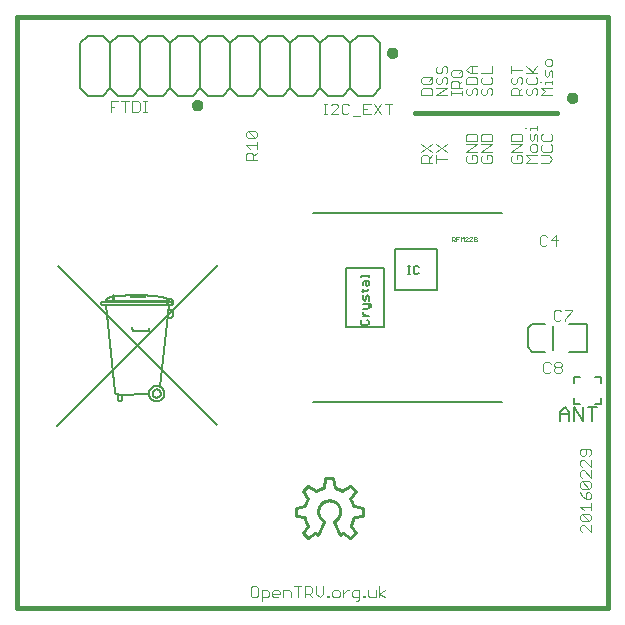
<source format=gto>
G75*
%MOIN*%
%OFA0B0*%
%FSLAX25Y25*%
%IPPOS*%
%LPD*%
%AMOC8*
5,1,8,0,0,1.08239X$1,22.5*
%
%ADD10C,0.00300*%
%ADD11C,0.01600*%
%ADD12C,0.00787*%
%ADD13C,0.01000*%
%ADD14C,0.00600*%
%ADD15C,0.00400*%
%ADD16C,0.00800*%
%ADD17C,0.00500*%
%ADD18C,0.00100*%
D10*
X0079590Y0005842D02*
X0080197Y0005236D01*
X0081410Y0005236D01*
X0082017Y0005842D01*
X0082017Y0008269D01*
X0081410Y0008876D01*
X0080197Y0008876D01*
X0079590Y0008269D01*
X0079590Y0005842D01*
X0083215Y0005236D02*
X0085035Y0005236D01*
X0085642Y0005842D01*
X0085642Y0007056D01*
X0085035Y0007662D01*
X0083215Y0007662D01*
X0083215Y0004022D01*
X0086840Y0005842D02*
X0086840Y0007056D01*
X0087447Y0007662D01*
X0088660Y0007662D01*
X0089267Y0007056D01*
X0089267Y0006449D01*
X0086840Y0006449D01*
X0086840Y0005842D02*
X0087447Y0005236D01*
X0088660Y0005236D01*
X0090465Y0005236D02*
X0090465Y0007662D01*
X0092286Y0007662D01*
X0092892Y0007056D01*
X0092892Y0005236D01*
X0095304Y0005236D02*
X0095304Y0008876D01*
X0094091Y0008876D02*
X0096517Y0008876D01*
X0097716Y0008876D02*
X0099536Y0008876D01*
X0100142Y0008269D01*
X0100142Y0007056D01*
X0099536Y0006449D01*
X0097716Y0006449D01*
X0098929Y0006449D02*
X0100142Y0005236D01*
X0101341Y0006449D02*
X0102554Y0005236D01*
X0103768Y0006449D01*
X0103768Y0008876D01*
X0101341Y0008876D02*
X0101341Y0006449D01*
X0104966Y0005842D02*
X0105573Y0005842D01*
X0105573Y0005236D01*
X0104966Y0005236D01*
X0104966Y0005842D01*
X0106779Y0005842D02*
X0106779Y0007056D01*
X0107385Y0007662D01*
X0108599Y0007662D01*
X0109205Y0007056D01*
X0109205Y0005842D01*
X0108599Y0005236D01*
X0107385Y0005236D01*
X0106779Y0005842D01*
X0110404Y0005236D02*
X0110404Y0007662D01*
X0111617Y0007662D02*
X0112224Y0007662D01*
X0111617Y0007662D02*
X0110404Y0006449D01*
X0113425Y0007056D02*
X0113425Y0005842D01*
X0114031Y0005236D01*
X0115851Y0005236D01*
X0115851Y0004629D02*
X0115851Y0007662D01*
X0114031Y0007662D01*
X0113425Y0007056D01*
X0114638Y0004022D02*
X0115245Y0004022D01*
X0115851Y0004629D01*
X0117050Y0005236D02*
X0117656Y0005236D01*
X0117656Y0005842D01*
X0117050Y0005842D01*
X0117050Y0005236D01*
X0118862Y0005842D02*
X0118862Y0007662D01*
X0118862Y0005842D02*
X0119469Y0005236D01*
X0121289Y0005236D01*
X0121289Y0007662D01*
X0122487Y0006449D02*
X0124308Y0007662D01*
X0122487Y0006449D02*
X0124308Y0005236D01*
X0122487Y0005236D02*
X0122487Y0008876D01*
X0097716Y0008876D02*
X0097716Y0005236D01*
X0177200Y0080683D02*
X0177806Y0080076D01*
X0179020Y0080076D01*
X0179626Y0080683D01*
X0180825Y0080683D02*
X0181432Y0080076D01*
X0182645Y0080076D01*
X0183252Y0080683D01*
X0183252Y0081289D01*
X0182645Y0081896D01*
X0181432Y0081896D01*
X0180825Y0082503D01*
X0180825Y0083109D01*
X0181432Y0083716D01*
X0182645Y0083716D01*
X0183252Y0083109D01*
X0183252Y0082503D01*
X0182645Y0081896D01*
X0181432Y0081896D02*
X0180825Y0081289D01*
X0180825Y0080683D01*
X0179626Y0083109D02*
X0179020Y0083716D01*
X0177806Y0083716D01*
X0177200Y0083109D01*
X0177200Y0080683D01*
X0181306Y0097513D02*
X0182520Y0097513D01*
X0183126Y0098120D01*
X0184325Y0098120D02*
X0184325Y0097513D01*
X0184325Y0098120D02*
X0186752Y0100546D01*
X0186752Y0101153D01*
X0184325Y0101153D01*
X0183126Y0100546D02*
X0182520Y0101153D01*
X0181306Y0101153D01*
X0180700Y0100546D01*
X0180700Y0098120D01*
X0181306Y0097513D01*
X0181395Y0122450D02*
X0181395Y0126090D01*
X0179575Y0124270D01*
X0182002Y0124270D01*
X0178377Y0123057D02*
X0177770Y0122450D01*
X0176557Y0122450D01*
X0175950Y0123057D01*
X0175950Y0125483D01*
X0176557Y0126090D01*
X0177770Y0126090D01*
X0178377Y0125483D01*
X0178941Y0150159D02*
X0176514Y0150159D01*
X0175154Y0150159D02*
X0171514Y0150159D01*
X0172727Y0151372D01*
X0171514Y0152585D01*
X0175154Y0152585D01*
X0174547Y0153784D02*
X0175154Y0154390D01*
X0175154Y0155604D01*
X0174547Y0156211D01*
X0173334Y0156211D01*
X0172727Y0155604D01*
X0172727Y0154390D01*
X0173334Y0153784D01*
X0174547Y0153784D01*
X0176514Y0154390D02*
X0177121Y0153784D01*
X0179547Y0153784D01*
X0180154Y0154390D01*
X0180154Y0155604D01*
X0179547Y0156211D01*
X0179547Y0157409D02*
X0177121Y0157409D01*
X0176514Y0158016D01*
X0176514Y0159229D01*
X0177121Y0159836D01*
X0175154Y0159229D02*
X0175154Y0157409D01*
X0173941Y0158016D02*
X0173941Y0159229D01*
X0174547Y0159836D01*
X0175154Y0159229D01*
X0173941Y0158016D02*
X0173334Y0157409D01*
X0172727Y0158016D01*
X0172727Y0159836D01*
X0172727Y0161034D02*
X0172727Y0161641D01*
X0175154Y0161641D01*
X0175154Y0162247D02*
X0175154Y0161034D01*
X0171514Y0161641D02*
X0170907Y0161641D01*
X0169547Y0159836D02*
X0167121Y0159836D01*
X0166514Y0159229D01*
X0166514Y0157409D01*
X0170154Y0157409D01*
X0170154Y0159229D01*
X0169547Y0159836D01*
X0170154Y0156211D02*
X0166514Y0156211D01*
X0166514Y0153784D02*
X0170154Y0156211D01*
X0170154Y0153784D02*
X0166514Y0153784D01*
X0167121Y0152585D02*
X0166514Y0151979D01*
X0166514Y0150765D01*
X0167121Y0150159D01*
X0169547Y0150159D01*
X0170154Y0150765D01*
X0170154Y0151979D01*
X0169547Y0152585D01*
X0168334Y0152585D01*
X0168334Y0151372D01*
X0160154Y0150765D02*
X0159547Y0150159D01*
X0157121Y0150159D01*
X0156514Y0150765D01*
X0156514Y0151979D01*
X0157121Y0152585D01*
X0158334Y0152585D02*
X0158334Y0151372D01*
X0158334Y0152585D02*
X0159547Y0152585D01*
X0160154Y0151979D01*
X0160154Y0150765D01*
X0160154Y0153784D02*
X0156514Y0153784D01*
X0160154Y0156211D01*
X0156514Y0156211D01*
X0156514Y0157409D02*
X0156514Y0159229D01*
X0157121Y0159836D01*
X0159547Y0159836D01*
X0160154Y0159229D01*
X0160154Y0157409D01*
X0156514Y0157409D01*
X0155154Y0157409D02*
X0155154Y0159229D01*
X0154547Y0159836D01*
X0152121Y0159836D01*
X0151514Y0159229D01*
X0151514Y0157409D01*
X0155154Y0157409D01*
X0155154Y0156211D02*
X0151514Y0156211D01*
X0151514Y0153784D02*
X0155154Y0156211D01*
X0155154Y0153784D02*
X0151514Y0153784D01*
X0152121Y0152585D02*
X0151514Y0151979D01*
X0151514Y0150765D01*
X0152121Y0150159D01*
X0154547Y0150159D01*
X0155154Y0150765D01*
X0155154Y0151979D01*
X0154547Y0152585D01*
X0153334Y0152585D01*
X0153334Y0151372D01*
X0145154Y0151372D02*
X0141514Y0151372D01*
X0141514Y0150159D02*
X0141514Y0152585D01*
X0141514Y0153784D02*
X0145154Y0156211D01*
X0145154Y0153784D02*
X0141514Y0156211D01*
X0140154Y0156211D02*
X0136514Y0153784D01*
X0137121Y0152585D02*
X0138334Y0152585D01*
X0138941Y0151979D01*
X0138941Y0150159D01*
X0140154Y0150159D02*
X0136514Y0150159D01*
X0136514Y0151979D01*
X0137121Y0152585D01*
X0138941Y0151372D02*
X0140154Y0152585D01*
X0140154Y0153784D02*
X0136514Y0156211D01*
X0136514Y0172659D02*
X0136514Y0174479D01*
X0137121Y0175085D01*
X0139547Y0175085D01*
X0140154Y0174479D01*
X0140154Y0172659D01*
X0136514Y0172659D01*
X0137121Y0176284D02*
X0136514Y0176890D01*
X0136514Y0178104D01*
X0137121Y0178711D01*
X0139547Y0178711D01*
X0140154Y0178104D01*
X0140154Y0176890D01*
X0139547Y0176284D01*
X0137121Y0176284D01*
X0138941Y0177497D02*
X0140154Y0178711D01*
X0141514Y0178104D02*
X0141514Y0176890D01*
X0142121Y0176284D01*
X0142727Y0176284D01*
X0143334Y0176890D01*
X0143334Y0178104D01*
X0143941Y0178711D01*
X0144547Y0178711D01*
X0145154Y0178104D01*
X0145154Y0176890D01*
X0144547Y0176284D01*
X0145154Y0175085D02*
X0141514Y0175085D01*
X0141514Y0172659D02*
X0145154Y0175085D01*
X0146514Y0175075D02*
X0146514Y0176895D01*
X0147121Y0177502D01*
X0148334Y0177502D01*
X0148941Y0176895D01*
X0148941Y0175075D01*
X0150154Y0175075D02*
X0146514Y0175075D01*
X0146514Y0173872D02*
X0146514Y0172659D01*
X0146514Y0173265D02*
X0150154Y0173265D01*
X0150154Y0172659D02*
X0150154Y0173872D01*
X0151514Y0174479D02*
X0151514Y0173265D01*
X0152121Y0172659D01*
X0152727Y0172659D01*
X0153334Y0173265D01*
X0153334Y0174479D01*
X0153941Y0175085D01*
X0154547Y0175085D01*
X0155154Y0174479D01*
X0155154Y0173265D01*
X0154547Y0172659D01*
X0156514Y0173265D02*
X0156514Y0174479D01*
X0157121Y0175085D01*
X0157121Y0176284D02*
X0159547Y0176284D01*
X0160154Y0176890D01*
X0160154Y0178104D01*
X0159547Y0178711D01*
X0160154Y0179909D02*
X0160154Y0182336D01*
X0160154Y0179909D02*
X0156514Y0179909D01*
X0157121Y0178711D02*
X0156514Y0178104D01*
X0156514Y0176890D01*
X0157121Y0176284D01*
X0155154Y0176284D02*
X0155154Y0178104D01*
X0154547Y0178711D01*
X0152121Y0178711D01*
X0151514Y0178104D01*
X0151514Y0176284D01*
X0155154Y0176284D01*
X0156514Y0173265D02*
X0157121Y0172659D01*
X0157727Y0172659D01*
X0158334Y0173265D01*
X0158334Y0174479D01*
X0158941Y0175085D01*
X0159547Y0175085D01*
X0160154Y0174479D01*
X0160154Y0173265D01*
X0159547Y0172659D01*
X0155154Y0179909D02*
X0152727Y0179909D01*
X0151514Y0181122D01*
X0152727Y0182336D01*
X0155154Y0182336D01*
X0153334Y0182336D02*
X0153334Y0179909D01*
X0150154Y0179307D02*
X0149547Y0178701D01*
X0147121Y0178701D01*
X0146514Y0179307D01*
X0146514Y0180521D01*
X0147121Y0181127D01*
X0149547Y0181127D01*
X0150154Y0180521D01*
X0150154Y0179307D01*
X0148941Y0179914D02*
X0150154Y0181127D01*
X0150154Y0177502D02*
X0148941Y0176289D01*
X0151514Y0174479D02*
X0152121Y0175085D01*
X0145154Y0172659D02*
X0141514Y0172659D01*
X0141514Y0178104D02*
X0142121Y0178711D01*
X0142121Y0179909D02*
X0142727Y0179909D01*
X0143334Y0180516D01*
X0143334Y0181729D01*
X0143941Y0182336D01*
X0144547Y0182336D01*
X0145154Y0181729D01*
X0145154Y0180516D01*
X0144547Y0179909D01*
X0142121Y0179909D02*
X0141514Y0180516D01*
X0141514Y0181729D01*
X0142121Y0182336D01*
X0166514Y0182336D02*
X0166514Y0179909D01*
X0166514Y0181122D02*
X0170154Y0181122D01*
X0171514Y0179909D02*
X0175154Y0179909D01*
X0173941Y0179909D02*
X0171514Y0182336D01*
X0173334Y0180516D02*
X0175154Y0182336D01*
X0177727Y0182932D02*
X0178334Y0182326D01*
X0179547Y0182326D01*
X0180154Y0182932D01*
X0180154Y0184146D01*
X0179547Y0184752D01*
X0178334Y0184752D01*
X0177727Y0184146D01*
X0177727Y0182932D01*
X0177727Y0181127D02*
X0177727Y0179307D01*
X0178334Y0178701D01*
X0178941Y0179307D01*
X0178941Y0180521D01*
X0179547Y0181127D01*
X0180154Y0180521D01*
X0180154Y0178701D01*
X0180154Y0177497D02*
X0180154Y0176284D01*
X0180154Y0176890D02*
X0177727Y0176890D01*
X0177727Y0176284D01*
X0176514Y0176890D02*
X0175907Y0176890D01*
X0175154Y0176890D02*
X0175154Y0178104D01*
X0174547Y0178711D01*
X0175154Y0176890D02*
X0174547Y0176284D01*
X0172121Y0176284D01*
X0171514Y0176890D01*
X0171514Y0178104D01*
X0172121Y0178711D01*
X0170154Y0178104D02*
X0170154Y0176890D01*
X0169547Y0176284D01*
X0170154Y0175085D02*
X0168941Y0173872D01*
X0168941Y0174479D02*
X0168941Y0172659D01*
X0170154Y0172659D02*
X0166514Y0172659D01*
X0166514Y0174479D01*
X0167121Y0175085D01*
X0168334Y0175085D01*
X0168941Y0174479D01*
X0167727Y0176284D02*
X0168334Y0176890D01*
X0168334Y0178104D01*
X0168941Y0178711D01*
X0169547Y0178711D01*
X0170154Y0178104D01*
X0167727Y0176284D02*
X0167121Y0176284D01*
X0166514Y0176890D01*
X0166514Y0178104D01*
X0167121Y0178711D01*
X0171514Y0174479D02*
X0171514Y0173265D01*
X0172121Y0172659D01*
X0172727Y0172659D01*
X0173334Y0173265D01*
X0173334Y0174479D01*
X0173941Y0175085D01*
X0174547Y0175085D01*
X0175154Y0174479D01*
X0175154Y0173265D01*
X0174547Y0172659D01*
X0176514Y0172659D02*
X0177727Y0173872D01*
X0176514Y0175085D01*
X0180154Y0175085D01*
X0180154Y0172659D02*
X0176514Y0172659D01*
X0172121Y0175085D02*
X0171514Y0174479D01*
X0179547Y0159836D02*
X0180154Y0159229D01*
X0180154Y0158016D01*
X0179547Y0157409D01*
X0177121Y0156211D02*
X0176514Y0155604D01*
X0176514Y0154390D01*
X0176514Y0152585D02*
X0178941Y0152585D01*
X0180154Y0151372D01*
X0178941Y0150159D01*
X0190039Y0054811D02*
X0189432Y0054204D01*
X0189432Y0052991D01*
X0190039Y0052384D01*
X0190645Y0052384D01*
X0191252Y0052991D01*
X0191252Y0054811D01*
X0192465Y0054811D02*
X0190039Y0054811D01*
X0192465Y0054811D02*
X0193072Y0054204D01*
X0193072Y0052991D01*
X0192465Y0052384D01*
X0193072Y0051186D02*
X0193072Y0048759D01*
X0190645Y0051186D01*
X0190039Y0051186D01*
X0189432Y0050579D01*
X0189432Y0049366D01*
X0190039Y0048759D01*
X0190039Y0047560D02*
X0189432Y0046954D01*
X0189432Y0045740D01*
X0190039Y0045134D01*
X0190039Y0043935D02*
X0192465Y0041509D01*
X0193072Y0042115D01*
X0193072Y0043329D01*
X0192465Y0043935D01*
X0190039Y0043935D01*
X0189432Y0043329D01*
X0189432Y0042115D01*
X0190039Y0041509D01*
X0192465Y0041509D01*
X0192465Y0040310D02*
X0191859Y0040310D01*
X0191252Y0039703D01*
X0191252Y0037883D01*
X0192465Y0037883D01*
X0193072Y0038490D01*
X0193072Y0039703D01*
X0192465Y0040310D01*
X0190039Y0039097D02*
X0191252Y0037883D01*
X0190039Y0039097D02*
X0189432Y0040310D01*
X0193072Y0036685D02*
X0193072Y0034258D01*
X0193072Y0035472D02*
X0189432Y0035472D01*
X0190645Y0034258D01*
X0190039Y0033060D02*
X0192465Y0030633D01*
X0193072Y0031240D01*
X0193072Y0032453D01*
X0192465Y0033060D01*
X0190039Y0033060D01*
X0189432Y0032453D01*
X0189432Y0031240D01*
X0190039Y0030633D01*
X0192465Y0030633D01*
X0193072Y0029435D02*
X0193072Y0027008D01*
X0190645Y0029435D01*
X0190039Y0029435D01*
X0189432Y0028828D01*
X0189432Y0027615D01*
X0190039Y0027008D01*
X0193072Y0045134D02*
X0190645Y0047560D01*
X0190039Y0047560D01*
X0193072Y0047560D02*
X0193072Y0045134D01*
X0081650Y0151075D02*
X0078010Y0151075D01*
X0078010Y0152895D01*
X0078617Y0153501D01*
X0079830Y0153501D01*
X0080437Y0152895D01*
X0080437Y0151075D01*
X0080437Y0152288D02*
X0081650Y0153501D01*
X0081650Y0154700D02*
X0081650Y0157126D01*
X0081650Y0155913D02*
X0078010Y0155913D01*
X0079223Y0154700D01*
X0078617Y0158325D02*
X0078010Y0158932D01*
X0078010Y0160145D01*
X0078617Y0160752D01*
X0081043Y0158325D01*
X0081650Y0158932D01*
X0081650Y0160145D01*
X0081043Y0160752D01*
X0078617Y0160752D01*
X0078617Y0158325D02*
X0081043Y0158325D01*
X0044980Y0166935D02*
X0043766Y0166935D01*
X0044373Y0166935D02*
X0044373Y0170575D01*
X0043766Y0170575D02*
X0044980Y0170575D01*
X0042568Y0169969D02*
X0041961Y0170575D01*
X0040141Y0170575D01*
X0040141Y0166935D01*
X0041961Y0166935D01*
X0042568Y0167542D01*
X0042568Y0169969D01*
X0038943Y0170575D02*
X0036516Y0170575D01*
X0035318Y0170575D02*
X0032891Y0170575D01*
X0032891Y0166935D01*
X0032891Y0168755D02*
X0034104Y0168755D01*
X0037729Y0166935D02*
X0037729Y0170575D01*
D11*
X0001800Y0001800D02*
X0198650Y0001800D01*
X0198650Y0198650D01*
X0001800Y0198650D01*
X0001800Y0001800D01*
X0134300Y0166800D02*
X0181800Y0166800D01*
X0185816Y0171800D02*
X0185818Y0171862D01*
X0185824Y0171925D01*
X0185834Y0171986D01*
X0185848Y0172047D01*
X0185865Y0172107D01*
X0185886Y0172166D01*
X0185912Y0172223D01*
X0185940Y0172278D01*
X0185972Y0172332D01*
X0186008Y0172383D01*
X0186046Y0172433D01*
X0186088Y0172479D01*
X0186132Y0172523D01*
X0186180Y0172564D01*
X0186229Y0172602D01*
X0186281Y0172636D01*
X0186335Y0172667D01*
X0186391Y0172695D01*
X0186449Y0172719D01*
X0186508Y0172740D01*
X0186568Y0172756D01*
X0186629Y0172769D01*
X0186691Y0172778D01*
X0186753Y0172783D01*
X0186816Y0172784D01*
X0186878Y0172781D01*
X0186940Y0172774D01*
X0187002Y0172763D01*
X0187062Y0172748D01*
X0187122Y0172730D01*
X0187180Y0172708D01*
X0187237Y0172682D01*
X0187292Y0172652D01*
X0187345Y0172619D01*
X0187396Y0172583D01*
X0187444Y0172544D01*
X0187490Y0172501D01*
X0187533Y0172456D01*
X0187573Y0172408D01*
X0187610Y0172358D01*
X0187644Y0172305D01*
X0187675Y0172251D01*
X0187701Y0172195D01*
X0187725Y0172137D01*
X0187744Y0172077D01*
X0187760Y0172017D01*
X0187772Y0171955D01*
X0187780Y0171894D01*
X0187784Y0171831D01*
X0187784Y0171769D01*
X0187780Y0171706D01*
X0187772Y0171645D01*
X0187760Y0171583D01*
X0187744Y0171523D01*
X0187725Y0171463D01*
X0187701Y0171405D01*
X0187675Y0171349D01*
X0187644Y0171295D01*
X0187610Y0171242D01*
X0187573Y0171192D01*
X0187533Y0171144D01*
X0187490Y0171099D01*
X0187444Y0171056D01*
X0187396Y0171017D01*
X0187345Y0170981D01*
X0187292Y0170948D01*
X0187237Y0170918D01*
X0187180Y0170892D01*
X0187122Y0170870D01*
X0187062Y0170852D01*
X0187002Y0170837D01*
X0186940Y0170826D01*
X0186878Y0170819D01*
X0186816Y0170816D01*
X0186753Y0170817D01*
X0186691Y0170822D01*
X0186629Y0170831D01*
X0186568Y0170844D01*
X0186508Y0170860D01*
X0186449Y0170881D01*
X0186391Y0170905D01*
X0186335Y0170933D01*
X0186281Y0170964D01*
X0186229Y0170998D01*
X0186180Y0171036D01*
X0186132Y0171077D01*
X0186088Y0171121D01*
X0186046Y0171167D01*
X0186008Y0171217D01*
X0185972Y0171268D01*
X0185940Y0171322D01*
X0185912Y0171377D01*
X0185886Y0171434D01*
X0185865Y0171493D01*
X0185848Y0171553D01*
X0185834Y0171614D01*
X0185824Y0171675D01*
X0185818Y0171738D01*
X0185816Y0171800D01*
X0125816Y0186800D02*
X0125818Y0186862D01*
X0125824Y0186925D01*
X0125834Y0186986D01*
X0125848Y0187047D01*
X0125865Y0187107D01*
X0125886Y0187166D01*
X0125912Y0187223D01*
X0125940Y0187278D01*
X0125972Y0187332D01*
X0126008Y0187383D01*
X0126046Y0187433D01*
X0126088Y0187479D01*
X0126132Y0187523D01*
X0126180Y0187564D01*
X0126229Y0187602D01*
X0126281Y0187636D01*
X0126335Y0187667D01*
X0126391Y0187695D01*
X0126449Y0187719D01*
X0126508Y0187740D01*
X0126568Y0187756D01*
X0126629Y0187769D01*
X0126691Y0187778D01*
X0126753Y0187783D01*
X0126816Y0187784D01*
X0126878Y0187781D01*
X0126940Y0187774D01*
X0127002Y0187763D01*
X0127062Y0187748D01*
X0127122Y0187730D01*
X0127180Y0187708D01*
X0127237Y0187682D01*
X0127292Y0187652D01*
X0127345Y0187619D01*
X0127396Y0187583D01*
X0127444Y0187544D01*
X0127490Y0187501D01*
X0127533Y0187456D01*
X0127573Y0187408D01*
X0127610Y0187358D01*
X0127644Y0187305D01*
X0127675Y0187251D01*
X0127701Y0187195D01*
X0127725Y0187137D01*
X0127744Y0187077D01*
X0127760Y0187017D01*
X0127772Y0186955D01*
X0127780Y0186894D01*
X0127784Y0186831D01*
X0127784Y0186769D01*
X0127780Y0186706D01*
X0127772Y0186645D01*
X0127760Y0186583D01*
X0127744Y0186523D01*
X0127725Y0186463D01*
X0127701Y0186405D01*
X0127675Y0186349D01*
X0127644Y0186295D01*
X0127610Y0186242D01*
X0127573Y0186192D01*
X0127533Y0186144D01*
X0127490Y0186099D01*
X0127444Y0186056D01*
X0127396Y0186017D01*
X0127345Y0185981D01*
X0127292Y0185948D01*
X0127237Y0185918D01*
X0127180Y0185892D01*
X0127122Y0185870D01*
X0127062Y0185852D01*
X0127002Y0185837D01*
X0126940Y0185826D01*
X0126878Y0185819D01*
X0126816Y0185816D01*
X0126753Y0185817D01*
X0126691Y0185822D01*
X0126629Y0185831D01*
X0126568Y0185844D01*
X0126508Y0185860D01*
X0126449Y0185881D01*
X0126391Y0185905D01*
X0126335Y0185933D01*
X0126281Y0185964D01*
X0126229Y0185998D01*
X0126180Y0186036D01*
X0126132Y0186077D01*
X0126088Y0186121D01*
X0126046Y0186167D01*
X0126008Y0186217D01*
X0125972Y0186268D01*
X0125940Y0186322D01*
X0125912Y0186377D01*
X0125886Y0186434D01*
X0125865Y0186493D01*
X0125848Y0186553D01*
X0125834Y0186614D01*
X0125824Y0186675D01*
X0125818Y0186738D01*
X0125816Y0186800D01*
X0060816Y0169300D02*
X0060818Y0169362D01*
X0060824Y0169425D01*
X0060834Y0169486D01*
X0060848Y0169547D01*
X0060865Y0169607D01*
X0060886Y0169666D01*
X0060912Y0169723D01*
X0060940Y0169778D01*
X0060972Y0169832D01*
X0061008Y0169883D01*
X0061046Y0169933D01*
X0061088Y0169979D01*
X0061132Y0170023D01*
X0061180Y0170064D01*
X0061229Y0170102D01*
X0061281Y0170136D01*
X0061335Y0170167D01*
X0061391Y0170195D01*
X0061449Y0170219D01*
X0061508Y0170240D01*
X0061568Y0170256D01*
X0061629Y0170269D01*
X0061691Y0170278D01*
X0061753Y0170283D01*
X0061816Y0170284D01*
X0061878Y0170281D01*
X0061940Y0170274D01*
X0062002Y0170263D01*
X0062062Y0170248D01*
X0062122Y0170230D01*
X0062180Y0170208D01*
X0062237Y0170182D01*
X0062292Y0170152D01*
X0062345Y0170119D01*
X0062396Y0170083D01*
X0062444Y0170044D01*
X0062490Y0170001D01*
X0062533Y0169956D01*
X0062573Y0169908D01*
X0062610Y0169858D01*
X0062644Y0169805D01*
X0062675Y0169751D01*
X0062701Y0169695D01*
X0062725Y0169637D01*
X0062744Y0169577D01*
X0062760Y0169517D01*
X0062772Y0169455D01*
X0062780Y0169394D01*
X0062784Y0169331D01*
X0062784Y0169269D01*
X0062780Y0169206D01*
X0062772Y0169145D01*
X0062760Y0169083D01*
X0062744Y0169023D01*
X0062725Y0168963D01*
X0062701Y0168905D01*
X0062675Y0168849D01*
X0062644Y0168795D01*
X0062610Y0168742D01*
X0062573Y0168692D01*
X0062533Y0168644D01*
X0062490Y0168599D01*
X0062444Y0168556D01*
X0062396Y0168517D01*
X0062345Y0168481D01*
X0062292Y0168448D01*
X0062237Y0168418D01*
X0062180Y0168392D01*
X0062122Y0168370D01*
X0062062Y0168352D01*
X0062002Y0168337D01*
X0061940Y0168326D01*
X0061878Y0168319D01*
X0061816Y0168316D01*
X0061753Y0168317D01*
X0061691Y0168322D01*
X0061629Y0168331D01*
X0061568Y0168344D01*
X0061508Y0168360D01*
X0061449Y0168381D01*
X0061391Y0168405D01*
X0061335Y0168433D01*
X0061281Y0168464D01*
X0061229Y0168498D01*
X0061180Y0168536D01*
X0061132Y0168577D01*
X0061088Y0168621D01*
X0061046Y0168667D01*
X0061008Y0168717D01*
X0060972Y0168768D01*
X0060940Y0168822D01*
X0060912Y0168877D01*
X0060886Y0168934D01*
X0060865Y0168993D01*
X0060848Y0169053D01*
X0060834Y0169114D01*
X0060824Y0169175D01*
X0060818Y0169238D01*
X0060816Y0169300D01*
D12*
X0068631Y0116041D02*
X0015087Y0062497D01*
X0035067Y0072930D02*
X0035187Y0072917D01*
X0035305Y0072900D01*
X0035423Y0072881D01*
X0035541Y0072858D01*
X0035658Y0072832D01*
X0045599Y0072930D01*
X0046879Y0073226D02*
X0046881Y0073300D01*
X0046887Y0073374D01*
X0046897Y0073447D01*
X0046911Y0073520D01*
X0046928Y0073592D01*
X0046950Y0073662D01*
X0046975Y0073732D01*
X0047004Y0073800D01*
X0047037Y0073866D01*
X0047073Y0073931D01*
X0047113Y0073993D01*
X0047155Y0074054D01*
X0047201Y0074112D01*
X0047250Y0074167D01*
X0047302Y0074220D01*
X0047357Y0074270D01*
X0047414Y0074316D01*
X0047474Y0074360D01*
X0047536Y0074400D01*
X0047600Y0074437D01*
X0047666Y0074471D01*
X0047734Y0074501D01*
X0047803Y0074527D01*
X0047874Y0074550D01*
X0047945Y0074568D01*
X0048018Y0074583D01*
X0048091Y0074594D01*
X0048165Y0074601D01*
X0048239Y0074604D01*
X0048312Y0074603D01*
X0048386Y0074598D01*
X0048460Y0074589D01*
X0048533Y0074576D01*
X0048605Y0074559D01*
X0048676Y0074539D01*
X0048746Y0074514D01*
X0048814Y0074486D01*
X0048881Y0074455D01*
X0048946Y0074419D01*
X0049009Y0074381D01*
X0049070Y0074339D01*
X0049129Y0074293D01*
X0049185Y0074245D01*
X0049238Y0074194D01*
X0049288Y0074140D01*
X0049336Y0074083D01*
X0049380Y0074024D01*
X0049422Y0073962D01*
X0049460Y0073899D01*
X0049494Y0073833D01*
X0049525Y0073766D01*
X0049552Y0073697D01*
X0049575Y0073627D01*
X0049595Y0073556D01*
X0049611Y0073483D01*
X0049623Y0073410D01*
X0049631Y0073337D01*
X0049635Y0073263D01*
X0049635Y0073189D01*
X0049631Y0073115D01*
X0049623Y0073042D01*
X0049611Y0072969D01*
X0049595Y0072896D01*
X0049575Y0072825D01*
X0049552Y0072755D01*
X0049525Y0072686D01*
X0049494Y0072619D01*
X0049460Y0072553D01*
X0049422Y0072490D01*
X0049380Y0072428D01*
X0049336Y0072369D01*
X0049288Y0072312D01*
X0049238Y0072258D01*
X0049185Y0072207D01*
X0049129Y0072159D01*
X0049070Y0072113D01*
X0049009Y0072071D01*
X0048946Y0072033D01*
X0048881Y0071997D01*
X0048814Y0071966D01*
X0048746Y0071938D01*
X0048676Y0071913D01*
X0048605Y0071893D01*
X0048533Y0071876D01*
X0048460Y0071863D01*
X0048386Y0071854D01*
X0048312Y0071849D01*
X0048239Y0071848D01*
X0048165Y0071851D01*
X0048091Y0071858D01*
X0048018Y0071869D01*
X0047945Y0071884D01*
X0047874Y0071902D01*
X0047803Y0071925D01*
X0047734Y0071951D01*
X0047666Y0071981D01*
X0047600Y0072015D01*
X0047536Y0072052D01*
X0047474Y0072092D01*
X0047414Y0072136D01*
X0047357Y0072182D01*
X0047302Y0072232D01*
X0047250Y0072285D01*
X0047201Y0072340D01*
X0047155Y0072398D01*
X0047113Y0072459D01*
X0047073Y0072521D01*
X0047037Y0072586D01*
X0047004Y0072652D01*
X0046975Y0072720D01*
X0046950Y0072790D01*
X0046928Y0072860D01*
X0046911Y0072932D01*
X0046897Y0073005D01*
X0046887Y0073078D01*
X0046881Y0073152D01*
X0046879Y0073226D01*
X0045698Y0073226D02*
X0045700Y0073327D01*
X0045706Y0073428D01*
X0045716Y0073529D01*
X0045730Y0073629D01*
X0045748Y0073728D01*
X0045770Y0073827D01*
X0045795Y0073925D01*
X0045825Y0074022D01*
X0045858Y0074117D01*
X0045895Y0074211D01*
X0045936Y0074304D01*
X0045980Y0074395D01*
X0046028Y0074484D01*
X0046080Y0074571D01*
X0046135Y0074656D01*
X0046193Y0074738D01*
X0046254Y0074819D01*
X0046319Y0074897D01*
X0046386Y0074972D01*
X0046456Y0075044D01*
X0046530Y0075114D01*
X0046606Y0075181D01*
X0046684Y0075245D01*
X0046765Y0075305D01*
X0046848Y0075362D01*
X0046934Y0075416D01*
X0047022Y0075467D01*
X0047111Y0075514D01*
X0047202Y0075558D01*
X0047295Y0075597D01*
X0047390Y0075634D01*
X0047485Y0075666D01*
X0047582Y0075695D01*
X0047681Y0075719D01*
X0047779Y0075740D01*
X0047879Y0075757D01*
X0047979Y0075770D01*
X0048080Y0075779D01*
X0048181Y0075784D01*
X0048282Y0075785D01*
X0048383Y0075782D01*
X0048484Y0075775D01*
X0048585Y0075764D01*
X0048685Y0075749D01*
X0048784Y0075730D01*
X0048883Y0075707D01*
X0048980Y0075681D01*
X0049077Y0075650D01*
X0049172Y0075616D01*
X0049265Y0075578D01*
X0049358Y0075536D01*
X0049448Y0075491D01*
X0049537Y0075442D01*
X0049623Y0075390D01*
X0049707Y0075334D01*
X0049790Y0075275D01*
X0049869Y0075213D01*
X0049947Y0075148D01*
X0050021Y0075080D01*
X0050093Y0075008D01*
X0050162Y0074935D01*
X0050228Y0074858D01*
X0050291Y0074779D01*
X0050351Y0074697D01*
X0050407Y0074613D01*
X0050460Y0074527D01*
X0050510Y0074439D01*
X0050556Y0074349D01*
X0050599Y0074258D01*
X0050638Y0074164D01*
X0050673Y0074069D01*
X0050704Y0073973D01*
X0050732Y0073876D01*
X0050756Y0073778D01*
X0050776Y0073679D01*
X0050792Y0073579D01*
X0050804Y0073478D01*
X0050812Y0073378D01*
X0050816Y0073277D01*
X0050816Y0073175D01*
X0050812Y0073074D01*
X0050804Y0072974D01*
X0050792Y0072873D01*
X0050776Y0072773D01*
X0050756Y0072674D01*
X0050732Y0072576D01*
X0050704Y0072479D01*
X0050673Y0072383D01*
X0050638Y0072288D01*
X0050599Y0072194D01*
X0050556Y0072103D01*
X0050510Y0072013D01*
X0050460Y0071925D01*
X0050407Y0071839D01*
X0050351Y0071755D01*
X0050291Y0071673D01*
X0050228Y0071594D01*
X0050162Y0071517D01*
X0050093Y0071444D01*
X0050021Y0071372D01*
X0049947Y0071304D01*
X0049869Y0071239D01*
X0049790Y0071177D01*
X0049707Y0071118D01*
X0049623Y0071062D01*
X0049536Y0071010D01*
X0049448Y0070961D01*
X0049358Y0070916D01*
X0049265Y0070874D01*
X0049172Y0070836D01*
X0049077Y0070802D01*
X0048980Y0070771D01*
X0048883Y0070745D01*
X0048784Y0070722D01*
X0048685Y0070703D01*
X0048585Y0070688D01*
X0048484Y0070677D01*
X0048383Y0070670D01*
X0048282Y0070667D01*
X0048181Y0070668D01*
X0048080Y0070673D01*
X0047979Y0070682D01*
X0047879Y0070695D01*
X0047779Y0070712D01*
X0047681Y0070733D01*
X0047582Y0070757D01*
X0047485Y0070786D01*
X0047390Y0070818D01*
X0047295Y0070855D01*
X0047202Y0070894D01*
X0047111Y0070938D01*
X0047022Y0070985D01*
X0046934Y0071036D01*
X0046848Y0071090D01*
X0046765Y0071147D01*
X0046684Y0071207D01*
X0046606Y0071271D01*
X0046530Y0071338D01*
X0046456Y0071408D01*
X0046386Y0071480D01*
X0046319Y0071555D01*
X0046254Y0071633D01*
X0046193Y0071714D01*
X0046135Y0071796D01*
X0046080Y0071881D01*
X0046028Y0071968D01*
X0045980Y0072057D01*
X0045936Y0072148D01*
X0045895Y0072241D01*
X0045858Y0072335D01*
X0045825Y0072430D01*
X0045795Y0072527D01*
X0045770Y0072625D01*
X0045748Y0072724D01*
X0045730Y0072823D01*
X0045716Y0072923D01*
X0045706Y0073024D01*
X0045700Y0073125D01*
X0045698Y0073226D01*
X0049536Y0075489D02*
X0052292Y0102655D01*
X0052883Y0102753D02*
X0048158Y0102753D01*
X0040087Y0102753D01*
X0031623Y0102753D01*
X0030048Y0102753D01*
X0030022Y0102755D01*
X0029997Y0102760D01*
X0029973Y0102768D01*
X0029950Y0102779D01*
X0029928Y0102794D01*
X0029909Y0102811D01*
X0029892Y0102830D01*
X0029877Y0102852D01*
X0029866Y0102875D01*
X0029858Y0102899D01*
X0029853Y0102924D01*
X0029851Y0102950D01*
X0029851Y0103245D01*
X0029851Y0103442D01*
X0029853Y0103475D01*
X0029858Y0103508D01*
X0029868Y0103539D01*
X0029880Y0103570D01*
X0029896Y0103599D01*
X0029915Y0103626D01*
X0029937Y0103651D01*
X0029962Y0103673D01*
X0029989Y0103692D01*
X0030018Y0103708D01*
X0030049Y0103720D01*
X0030080Y0103730D01*
X0030113Y0103735D01*
X0030146Y0103737D01*
X0030245Y0103737D01*
X0030343Y0103737D01*
X0053769Y0103737D01*
X0053769Y0103639D01*
X0053767Y0103581D01*
X0053761Y0103523D01*
X0053752Y0103466D01*
X0053739Y0103410D01*
X0053722Y0103354D01*
X0053702Y0103300D01*
X0053678Y0103247D01*
X0053650Y0103196D01*
X0053620Y0103147D01*
X0053586Y0103100D01*
X0053549Y0103055D01*
X0053509Y0103013D01*
X0053467Y0102973D01*
X0053422Y0102936D01*
X0053375Y0102902D01*
X0053326Y0102872D01*
X0053275Y0102844D01*
X0053222Y0102820D01*
X0053168Y0102800D01*
X0053112Y0102783D01*
X0053056Y0102770D01*
X0052999Y0102761D01*
X0052941Y0102755D01*
X0052883Y0102753D01*
X0052686Y0100982D02*
X0052630Y0100972D01*
X0052574Y0100966D01*
X0052517Y0100962D01*
X0052461Y0100962D01*
X0052404Y0100966D01*
X0052348Y0100972D01*
X0052292Y0100982D01*
X0052686Y0100982D02*
X0052744Y0100992D01*
X0052803Y0100998D01*
X0052863Y0101000D01*
X0052922Y0100998D01*
X0052981Y0100993D01*
X0053039Y0100983D01*
X0053097Y0100970D01*
X0053154Y0100953D01*
X0053209Y0100932D01*
X0053263Y0100908D01*
X0053316Y0100880D01*
X0053366Y0100848D01*
X0053414Y0100814D01*
X0053460Y0100777D01*
X0053503Y0100736D01*
X0053544Y0100693D01*
X0053582Y0100647D01*
X0053616Y0100599D01*
X0053647Y0100549D01*
X0053675Y0100496D01*
X0053700Y0100443D01*
X0053721Y0100387D01*
X0053738Y0100330D01*
X0053752Y0100273D01*
X0053761Y0100214D01*
X0053767Y0100155D01*
X0053769Y0100096D01*
X0053769Y0099505D01*
X0053768Y0099505D02*
X0053766Y0099443D01*
X0053760Y0099382D01*
X0053751Y0099321D01*
X0053737Y0099260D01*
X0053720Y0099201D01*
X0053699Y0099143D01*
X0053674Y0099086D01*
X0053646Y0099031D01*
X0053615Y0098978D01*
X0053580Y0098927D01*
X0053542Y0098878D01*
X0053501Y0098831D01*
X0053458Y0098788D01*
X0053411Y0098747D01*
X0053362Y0098709D01*
X0053311Y0098674D01*
X0053258Y0098643D01*
X0053203Y0098615D01*
X0053146Y0098590D01*
X0053088Y0098569D01*
X0053029Y0098552D01*
X0052968Y0098538D01*
X0052907Y0098529D01*
X0052846Y0098523D01*
X0052784Y0098521D01*
X0052095Y0098521D01*
X0051998Y0104624D02*
X0051929Y0104671D01*
X0051859Y0104715D01*
X0051788Y0104757D01*
X0051714Y0104795D01*
X0051639Y0104831D01*
X0051563Y0104863D01*
X0051486Y0104893D01*
X0051407Y0104919D01*
X0051996Y0104623D02*
X0052031Y0104596D01*
X0052063Y0104565D01*
X0052093Y0104533D01*
X0052120Y0104497D01*
X0052144Y0104460D01*
X0052165Y0104421D01*
X0052182Y0104380D01*
X0052196Y0104338D01*
X0052207Y0104295D01*
X0052214Y0104252D01*
X0052217Y0104208D01*
X0052216Y0104163D01*
X0052212Y0104119D01*
X0052204Y0104076D01*
X0052193Y0104033D01*
X0051898Y0104033D02*
X0031524Y0104033D01*
X0031425Y0104033D02*
X0031415Y0104089D01*
X0031409Y0104145D01*
X0031406Y0104201D01*
X0031407Y0104258D01*
X0031411Y0104314D01*
X0031419Y0104370D01*
X0031431Y0104426D01*
X0031446Y0104480D01*
X0031465Y0104534D01*
X0031487Y0104586D01*
X0031512Y0104637D01*
X0031541Y0104685D01*
X0031572Y0104732D01*
X0031607Y0104777D01*
X0031644Y0104820D01*
X0031684Y0104860D01*
X0031727Y0104897D01*
X0031771Y0104932D01*
X0031818Y0104964D01*
X0031867Y0104992D01*
X0031918Y0105018D01*
X0033591Y0105214D02*
X0033690Y0104230D01*
X0033591Y0105805D02*
X0033596Y0105835D01*
X0033605Y0105864D01*
X0033617Y0105891D01*
X0033632Y0105918D01*
X0033650Y0105942D01*
X0033671Y0105963D01*
X0033695Y0105982D01*
X0033721Y0105998D01*
X0033748Y0106010D01*
X0033777Y0106020D01*
X0033807Y0106025D01*
X0033837Y0106027D01*
X0033867Y0106025D01*
X0033897Y0106020D01*
X0033926Y0106010D01*
X0033953Y0105998D01*
X0033979Y0105982D01*
X0034003Y0105963D01*
X0034024Y0105942D01*
X0034042Y0105918D01*
X0034057Y0105891D01*
X0034069Y0105864D01*
X0034078Y0105835D01*
X0034083Y0105805D01*
X0033592Y0105804D02*
X0033584Y0105706D01*
X0033579Y0105608D01*
X0033577Y0105509D01*
X0033579Y0105410D01*
X0033584Y0105312D01*
X0033592Y0105214D01*
X0031426Y0102655D02*
X0034280Y0073718D01*
X0034288Y0073661D01*
X0034299Y0073604D01*
X0034314Y0073549D01*
X0034332Y0073495D01*
X0034354Y0073442D01*
X0034380Y0073390D01*
X0034408Y0073340D01*
X0034440Y0073293D01*
X0034475Y0073247D01*
X0034513Y0073204D01*
X0034554Y0073163D01*
X0034597Y0073125D01*
X0034643Y0073090D01*
X0034690Y0073058D01*
X0034740Y0073030D01*
X0034792Y0073004D01*
X0034845Y0072982D01*
X0034899Y0072964D01*
X0034954Y0072949D01*
X0035011Y0072938D01*
X0035068Y0072930D01*
X0035363Y0072635D02*
X0035363Y0071356D01*
X0035365Y0071310D01*
X0035370Y0071264D01*
X0035379Y0071218D01*
X0035392Y0071173D01*
X0035408Y0071130D01*
X0035427Y0071088D01*
X0035450Y0071047D01*
X0035476Y0071009D01*
X0035505Y0070972D01*
X0035536Y0070938D01*
X0035570Y0070907D01*
X0035607Y0070878D01*
X0035645Y0070852D01*
X0035686Y0070829D01*
X0035728Y0070810D01*
X0035771Y0070794D01*
X0035816Y0070781D01*
X0035862Y0070772D01*
X0035908Y0070767D01*
X0035954Y0070765D01*
X0036150Y0070765D01*
X0036193Y0070767D01*
X0036235Y0070772D01*
X0036277Y0070782D01*
X0036318Y0070795D01*
X0036358Y0070811D01*
X0036396Y0070831D01*
X0036432Y0070854D01*
X0036466Y0070880D01*
X0036498Y0070909D01*
X0036527Y0070941D01*
X0036553Y0070975D01*
X0036576Y0071011D01*
X0036596Y0071049D01*
X0036612Y0071089D01*
X0036625Y0071130D01*
X0036635Y0071172D01*
X0036640Y0071214D01*
X0036642Y0071257D01*
X0036643Y0071257D02*
X0036643Y0072635D01*
X0034281Y0105608D02*
X0035262Y0105714D01*
X0036245Y0105797D01*
X0037230Y0105856D01*
X0038215Y0105891D01*
X0039202Y0105903D01*
X0039694Y0105903D01*
X0039694Y0106198D02*
X0039694Y0105411D01*
X0044221Y0105411D01*
X0044221Y0106198D01*
X0039694Y0106198D01*
X0044320Y0105903D02*
X0046190Y0105804D01*
X0051702Y0103737D02*
X0051704Y0103799D01*
X0051710Y0103862D01*
X0051720Y0103923D01*
X0051734Y0103984D01*
X0051751Y0104044D01*
X0051772Y0104103D01*
X0051798Y0104160D01*
X0051826Y0104215D01*
X0051858Y0104269D01*
X0051894Y0104320D01*
X0051932Y0104370D01*
X0051974Y0104416D01*
X0052018Y0104460D01*
X0052066Y0104501D01*
X0052115Y0104539D01*
X0052167Y0104573D01*
X0052221Y0104604D01*
X0052277Y0104632D01*
X0052335Y0104656D01*
X0052394Y0104677D01*
X0052454Y0104693D01*
X0052515Y0104706D01*
X0052577Y0104715D01*
X0052639Y0104720D01*
X0052702Y0104721D01*
X0052764Y0104718D01*
X0052826Y0104711D01*
X0052888Y0104700D01*
X0052948Y0104685D01*
X0053008Y0104667D01*
X0053066Y0104645D01*
X0053123Y0104619D01*
X0053178Y0104589D01*
X0053231Y0104556D01*
X0053282Y0104520D01*
X0053330Y0104481D01*
X0053376Y0104438D01*
X0053419Y0104393D01*
X0053459Y0104345D01*
X0053496Y0104295D01*
X0053530Y0104242D01*
X0053561Y0104188D01*
X0053587Y0104132D01*
X0053611Y0104074D01*
X0053630Y0104014D01*
X0053646Y0103954D01*
X0053658Y0103892D01*
X0053666Y0103831D01*
X0053670Y0103768D01*
X0053670Y0103706D01*
X0053666Y0103643D01*
X0053658Y0103582D01*
X0053646Y0103520D01*
X0053630Y0103460D01*
X0053611Y0103400D01*
X0053587Y0103342D01*
X0053561Y0103286D01*
X0053530Y0103232D01*
X0053496Y0103179D01*
X0053459Y0103129D01*
X0053419Y0103081D01*
X0053376Y0103036D01*
X0053330Y0102993D01*
X0053282Y0102954D01*
X0053231Y0102918D01*
X0053178Y0102885D01*
X0053123Y0102855D01*
X0053066Y0102829D01*
X0053008Y0102807D01*
X0052948Y0102789D01*
X0052888Y0102774D01*
X0052826Y0102763D01*
X0052764Y0102756D01*
X0052702Y0102753D01*
X0052639Y0102754D01*
X0052577Y0102759D01*
X0052515Y0102768D01*
X0052454Y0102781D01*
X0052394Y0102797D01*
X0052335Y0102818D01*
X0052277Y0102842D01*
X0052221Y0102870D01*
X0052167Y0102901D01*
X0052115Y0102935D01*
X0052066Y0102973D01*
X0052018Y0103014D01*
X0051974Y0103058D01*
X0051932Y0103104D01*
X0051894Y0103154D01*
X0051858Y0103205D01*
X0051826Y0103259D01*
X0051798Y0103314D01*
X0051772Y0103371D01*
X0051751Y0103430D01*
X0051734Y0103490D01*
X0051720Y0103551D01*
X0051710Y0103612D01*
X0051704Y0103675D01*
X0051702Y0103737D01*
X0045796Y0095174D02*
X0045796Y0094486D01*
X0045794Y0094447D01*
X0045788Y0094409D01*
X0045779Y0094372D01*
X0045766Y0094335D01*
X0045749Y0094300D01*
X0045730Y0094267D01*
X0045707Y0094236D01*
X0045681Y0094207D01*
X0045652Y0094181D01*
X0045621Y0094158D01*
X0045588Y0094139D01*
X0045553Y0094122D01*
X0045516Y0094109D01*
X0045479Y0094100D01*
X0045441Y0094094D01*
X0045402Y0094092D01*
X0040776Y0094092D01*
X0040776Y0094091D02*
X0040730Y0094093D01*
X0040684Y0094098D01*
X0040638Y0094107D01*
X0040593Y0094120D01*
X0040550Y0094136D01*
X0040508Y0094155D01*
X0040467Y0094178D01*
X0040429Y0094204D01*
X0040392Y0094233D01*
X0040358Y0094264D01*
X0040327Y0094298D01*
X0040298Y0094335D01*
X0040272Y0094373D01*
X0040249Y0094414D01*
X0040230Y0094456D01*
X0040214Y0094499D01*
X0040201Y0094544D01*
X0040192Y0094590D01*
X0040187Y0094636D01*
X0040185Y0094682D01*
X0040186Y0094682D02*
X0040186Y0094978D01*
X0040186Y0095273D01*
X0034280Y0105607D02*
X0033983Y0105568D01*
X0033687Y0105522D01*
X0033392Y0105470D01*
X0033099Y0105410D01*
X0030343Y0103737D02*
X0030245Y0103737D01*
X0034083Y0104328D02*
X0034098Y0104491D01*
X0034109Y0104655D01*
X0034116Y0104820D01*
X0034120Y0104984D01*
X0034120Y0105148D01*
X0034116Y0105312D01*
X0034109Y0105477D01*
X0034098Y0105641D01*
X0034083Y0105804D01*
X0033100Y0105410D02*
X0032964Y0105380D01*
X0032830Y0105346D01*
X0032697Y0105309D01*
X0032564Y0105268D01*
X0032433Y0105224D01*
X0032302Y0105177D01*
X0032173Y0105127D01*
X0032045Y0105073D01*
X0031919Y0105017D01*
X0015284Y0115844D02*
X0068434Y0062694D01*
X0049437Y0105411D02*
X0048900Y0105507D01*
X0048361Y0105591D01*
X0047820Y0105663D01*
X0047278Y0105723D01*
X0046734Y0105770D01*
X0046189Y0105805D01*
X0049438Y0105411D02*
X0049836Y0105330D01*
X0050232Y0105241D01*
X0050626Y0105142D01*
X0051017Y0105035D01*
X0051407Y0104919D01*
D13*
X0104372Y0044895D02*
X0107072Y0044895D01*
X0107572Y0041695D01*
X0110072Y0040695D02*
X0112672Y0042495D01*
X0114572Y0040695D01*
X0112772Y0038095D01*
X0113872Y0035595D02*
X0116872Y0034995D01*
X0116872Y0032395D01*
X0113872Y0031895D01*
X0112872Y0029195D02*
X0114572Y0026795D01*
X0112672Y0024895D01*
X0110272Y0026595D01*
X0109272Y0025995D01*
X0107372Y0030495D01*
X0112873Y0029190D02*
X0112969Y0029356D01*
X0113062Y0029523D01*
X0113150Y0029693D01*
X0113234Y0029865D01*
X0113314Y0030038D01*
X0113390Y0030214D01*
X0113462Y0030391D01*
X0113529Y0030570D01*
X0113593Y0030751D01*
X0113652Y0030933D01*
X0113706Y0031116D01*
X0113757Y0031301D01*
X0113803Y0031486D01*
X0113844Y0031673D01*
X0113881Y0031861D01*
X0113862Y0035595D02*
X0113812Y0035783D01*
X0113757Y0035970D01*
X0113698Y0036156D01*
X0113634Y0036340D01*
X0113566Y0036523D01*
X0113493Y0036704D01*
X0113416Y0036883D01*
X0113335Y0037060D01*
X0113249Y0037236D01*
X0113160Y0037409D01*
X0113066Y0037580D01*
X0112968Y0037748D01*
X0112866Y0037915D01*
X0112761Y0038078D01*
X0107372Y0030595D02*
X0107479Y0030650D01*
X0107585Y0030707D01*
X0107688Y0030769D01*
X0107790Y0030833D01*
X0107889Y0030901D01*
X0107986Y0030972D01*
X0108081Y0031046D01*
X0108173Y0031123D01*
X0108263Y0031204D01*
X0108350Y0031287D01*
X0108434Y0031373D01*
X0108515Y0031461D01*
X0108593Y0031553D01*
X0108669Y0031647D01*
X0108741Y0031743D01*
X0108810Y0031841D01*
X0108876Y0031942D01*
X0108938Y0032045D01*
X0108997Y0032150D01*
X0109053Y0032256D01*
X0109105Y0032365D01*
X0109153Y0032475D01*
X0109198Y0032587D01*
X0109239Y0032700D01*
X0109276Y0032814D01*
X0109310Y0032930D01*
X0109339Y0033046D01*
X0109365Y0033164D01*
X0109387Y0033282D01*
X0109406Y0033401D01*
X0109420Y0033520D01*
X0109430Y0033640D01*
X0109437Y0033760D01*
X0109439Y0033881D01*
X0109437Y0034001D01*
X0109432Y0034121D01*
X0109423Y0034241D01*
X0109409Y0034361D01*
X0109392Y0034480D01*
X0109371Y0034598D01*
X0109346Y0034716D01*
X0109317Y0034833D01*
X0109284Y0034948D01*
X0109248Y0035063D01*
X0109208Y0035176D01*
X0109164Y0035288D01*
X0109116Y0035399D01*
X0109065Y0035508D01*
X0109011Y0035615D01*
X0108952Y0035720D01*
X0108891Y0035824D01*
X0108826Y0035925D01*
X0108758Y0036024D01*
X0108686Y0036121D01*
X0108612Y0036215D01*
X0108534Y0036307D01*
X0108454Y0036396D01*
X0108370Y0036483D01*
X0108284Y0036567D01*
X0108195Y0036648D01*
X0108103Y0036726D01*
X0108009Y0036801D01*
X0107913Y0036872D01*
X0107814Y0036941D01*
X0107713Y0037006D01*
X0107610Y0037068D01*
X0107505Y0037127D01*
X0107398Y0037182D01*
X0107289Y0037234D01*
X0107179Y0037281D01*
X0107067Y0037326D01*
X0106954Y0037366D01*
X0106839Y0037403D01*
X0106723Y0037436D01*
X0106607Y0037466D01*
X0106489Y0037491D01*
X0106371Y0037513D01*
X0106252Y0037530D01*
X0106132Y0037544D01*
X0106012Y0037554D01*
X0105892Y0037560D01*
X0105772Y0037562D01*
X0105652Y0037560D01*
X0105532Y0037554D01*
X0105412Y0037544D01*
X0105292Y0037530D01*
X0105173Y0037513D01*
X0105055Y0037491D01*
X0104937Y0037466D01*
X0104821Y0037436D01*
X0104705Y0037403D01*
X0104590Y0037366D01*
X0104477Y0037326D01*
X0104365Y0037281D01*
X0104255Y0037234D01*
X0104146Y0037182D01*
X0104039Y0037127D01*
X0103934Y0037068D01*
X0103831Y0037006D01*
X0103730Y0036941D01*
X0103631Y0036872D01*
X0103535Y0036801D01*
X0103441Y0036726D01*
X0103349Y0036648D01*
X0103260Y0036567D01*
X0103174Y0036483D01*
X0103090Y0036396D01*
X0103010Y0036307D01*
X0102932Y0036215D01*
X0102858Y0036121D01*
X0102786Y0036024D01*
X0102718Y0035925D01*
X0102653Y0035824D01*
X0102592Y0035720D01*
X0102533Y0035615D01*
X0102479Y0035508D01*
X0102428Y0035399D01*
X0102380Y0035288D01*
X0102336Y0035176D01*
X0102296Y0035063D01*
X0102260Y0034948D01*
X0102227Y0034833D01*
X0102198Y0034716D01*
X0102173Y0034598D01*
X0102152Y0034480D01*
X0102135Y0034361D01*
X0102121Y0034241D01*
X0102112Y0034121D01*
X0102107Y0034001D01*
X0102105Y0033881D01*
X0102107Y0033760D01*
X0102114Y0033640D01*
X0102124Y0033520D01*
X0102138Y0033401D01*
X0102157Y0033282D01*
X0102179Y0033164D01*
X0102205Y0033046D01*
X0102234Y0032930D01*
X0102268Y0032814D01*
X0102305Y0032700D01*
X0102346Y0032587D01*
X0102391Y0032475D01*
X0102439Y0032365D01*
X0102491Y0032256D01*
X0102547Y0032150D01*
X0102606Y0032045D01*
X0102668Y0031942D01*
X0102734Y0031841D01*
X0102803Y0031743D01*
X0102875Y0031647D01*
X0102951Y0031553D01*
X0103029Y0031461D01*
X0103110Y0031373D01*
X0103194Y0031287D01*
X0103281Y0031204D01*
X0103371Y0031123D01*
X0103463Y0031046D01*
X0103558Y0030972D01*
X0103655Y0030901D01*
X0103754Y0030833D01*
X0103856Y0030769D01*
X0103959Y0030707D01*
X0104065Y0030650D01*
X0104172Y0030595D01*
X0104172Y0030495D02*
X0102172Y0025995D01*
X0101172Y0026595D01*
X0098772Y0024895D01*
X0096972Y0026795D01*
X0098572Y0029195D01*
X0097572Y0031895D02*
X0094572Y0032395D01*
X0094572Y0034995D01*
X0097572Y0035595D01*
X0098672Y0038095D02*
X0096872Y0040695D01*
X0098772Y0042495D01*
X0101372Y0040695D01*
X0103872Y0041695D02*
X0104372Y0044895D01*
X0103797Y0041701D02*
X0103604Y0041654D01*
X0103411Y0041601D01*
X0103220Y0041544D01*
X0103031Y0041483D01*
X0102843Y0041417D01*
X0102656Y0041346D01*
X0102472Y0041271D01*
X0102289Y0041192D01*
X0102108Y0041108D01*
X0101929Y0041020D01*
X0101753Y0040928D01*
X0101578Y0040831D01*
X0101406Y0040731D01*
X0098681Y0038041D02*
X0098581Y0037879D01*
X0098484Y0037714D01*
X0098391Y0037547D01*
X0098303Y0037378D01*
X0098218Y0037208D01*
X0098137Y0037035D01*
X0098060Y0036860D01*
X0097987Y0036684D01*
X0097918Y0036506D01*
X0097853Y0036326D01*
X0097792Y0036146D01*
X0097736Y0035963D01*
X0097683Y0035780D01*
X0097635Y0035595D01*
X0097579Y0031879D02*
X0097622Y0031679D01*
X0097669Y0031481D01*
X0097721Y0031284D01*
X0097779Y0031088D01*
X0097840Y0030893D01*
X0097907Y0030700D01*
X0097978Y0030509D01*
X0098054Y0030319D01*
X0098135Y0030132D01*
X0098220Y0029946D01*
X0098310Y0029763D01*
X0098404Y0029582D01*
X0098503Y0029403D01*
X0098606Y0029227D01*
X0107625Y0041720D02*
X0107812Y0041675D01*
X0107998Y0041626D01*
X0108183Y0041572D01*
X0108366Y0041514D01*
X0108548Y0041452D01*
X0108729Y0041386D01*
X0108908Y0041316D01*
X0109085Y0041242D01*
X0109261Y0041163D01*
X0109434Y0041081D01*
X0109606Y0040994D01*
X0109776Y0040904D01*
X0109944Y0040810D01*
X0110109Y0040712D01*
D14*
X0187300Y0069800D02*
X0189300Y0069800D01*
X0187300Y0069800D02*
X0187300Y0071800D01*
X0187300Y0076800D02*
X0187300Y0078800D01*
X0189300Y0078800D01*
X0194300Y0078800D02*
X0196300Y0078800D01*
X0196300Y0076800D01*
X0196300Y0071800D02*
X0196300Y0069800D01*
X0194300Y0069800D01*
X0120363Y0172528D02*
X0115363Y0172528D01*
X0112863Y0175028D01*
X0112863Y0190028D01*
X0110363Y0192528D01*
X0105363Y0192528D01*
X0102863Y0190028D01*
X0102863Y0175028D01*
X0100363Y0172528D01*
X0095363Y0172528D01*
X0092863Y0175028D01*
X0092863Y0190028D01*
X0090363Y0192528D01*
X0085363Y0192528D01*
X0082863Y0190028D01*
X0082863Y0175028D01*
X0080363Y0172528D01*
X0075363Y0172528D01*
X0072863Y0175028D01*
X0072863Y0190028D01*
X0070363Y0192528D01*
X0065363Y0192528D01*
X0062863Y0190028D01*
X0062863Y0175028D01*
X0060363Y0172528D01*
X0055363Y0172528D01*
X0052863Y0175028D01*
X0052863Y0190028D01*
X0055363Y0192528D01*
X0060363Y0192528D01*
X0062863Y0190028D01*
X0072863Y0190028D02*
X0075363Y0192528D01*
X0080363Y0192528D01*
X0082863Y0190028D01*
X0092863Y0190028D02*
X0095363Y0192528D01*
X0100363Y0192528D01*
X0102863Y0190028D01*
X0112863Y0190028D02*
X0115363Y0192528D01*
X0120363Y0192528D01*
X0122863Y0190028D01*
X0122863Y0175028D01*
X0120363Y0172528D01*
X0112863Y0175028D02*
X0110363Y0172528D01*
X0105363Y0172528D01*
X0102863Y0175028D01*
X0092863Y0175028D02*
X0090363Y0172528D01*
X0085363Y0172528D01*
X0082863Y0175028D01*
X0072863Y0175028D02*
X0070363Y0172528D01*
X0065363Y0172528D01*
X0062863Y0175028D01*
X0052863Y0175028D02*
X0050363Y0172528D01*
X0045363Y0172528D01*
X0042863Y0175028D01*
X0042863Y0190028D01*
X0045363Y0192528D01*
X0050363Y0192528D01*
X0052863Y0190028D01*
X0042863Y0190028D02*
X0040363Y0192528D01*
X0035363Y0192528D01*
X0032863Y0190028D01*
X0030363Y0192528D01*
X0025363Y0192528D01*
X0022863Y0190028D01*
X0022863Y0175028D01*
X0025363Y0172528D01*
X0030363Y0172528D01*
X0032863Y0175028D01*
X0032863Y0190028D01*
X0032863Y0175028D02*
X0035363Y0172528D01*
X0040363Y0172528D01*
X0042863Y0175028D01*
D15*
X0103895Y0169831D02*
X0105075Y0169831D01*
X0104485Y0169831D02*
X0104485Y0166291D01*
X0103895Y0166291D02*
X0105075Y0166291D01*
X0106312Y0166291D02*
X0108672Y0168651D01*
X0108672Y0169241D01*
X0108082Y0169831D01*
X0106902Y0169831D01*
X0106312Y0169241D01*
X0109937Y0169241D02*
X0109937Y0166881D01*
X0110527Y0166291D01*
X0111707Y0166291D01*
X0112297Y0166881D01*
X0113562Y0165701D02*
X0115922Y0165701D01*
X0117188Y0166291D02*
X0119548Y0166291D01*
X0120813Y0166291D02*
X0123173Y0169831D01*
X0124438Y0169831D02*
X0126798Y0169831D01*
X0125618Y0169831D02*
X0125618Y0166291D01*
X0123173Y0166291D02*
X0120813Y0169831D01*
X0119548Y0169831D02*
X0117188Y0169831D01*
X0117188Y0166291D01*
X0117188Y0168061D02*
X0118368Y0168061D01*
X0112297Y0169241D02*
X0111707Y0169831D01*
X0110527Y0169831D01*
X0109937Y0169241D01*
X0108672Y0166291D02*
X0106312Y0166291D01*
D16*
X0100304Y0133296D02*
X0163296Y0133296D01*
X0141643Y0121485D02*
X0141643Y0107706D01*
X0127863Y0107706D01*
X0127863Y0121485D01*
X0141643Y0121485D01*
X0123926Y0114989D02*
X0111328Y0114989D01*
X0111328Y0095304D01*
X0123926Y0095304D01*
X0123926Y0114989D01*
X0100304Y0070304D02*
X0163296Y0070304D01*
X0173532Y0087076D02*
X0177863Y0087076D01*
X0173532Y0087076D02*
X0171957Y0088650D01*
X0171957Y0094950D01*
X0173532Y0096524D01*
X0177863Y0096524D01*
X0185737Y0096524D02*
X0191643Y0096524D01*
X0191643Y0087076D01*
X0185737Y0087076D01*
D17*
X0180300Y0087800D02*
X0180300Y0095800D01*
X0184239Y0068554D02*
X0185741Y0067053D01*
X0185741Y0064050D01*
X0187342Y0064050D02*
X0187342Y0068554D01*
X0190345Y0064050D01*
X0190345Y0068554D01*
X0191946Y0068554D02*
X0194949Y0068554D01*
X0193447Y0068554D02*
X0193447Y0064050D01*
X0185741Y0066302D02*
X0182738Y0066302D01*
X0182738Y0067053D02*
X0184239Y0068554D01*
X0182738Y0067053D02*
X0182738Y0064050D01*
X0135200Y0113074D02*
X0135642Y0113516D01*
X0135200Y0113074D02*
X0134316Y0113074D01*
X0133874Y0113516D01*
X0133874Y0115284D01*
X0134316Y0115725D01*
X0135200Y0115725D01*
X0135642Y0115284D01*
X0132825Y0115725D02*
X0131941Y0115725D01*
X0132383Y0115725D02*
X0132383Y0113074D01*
X0131941Y0113074D02*
X0132825Y0113074D01*
X0118952Y0112812D02*
X0118952Y0111928D01*
X0118952Y0112370D02*
X0116300Y0112370D01*
X0116300Y0111928D01*
X0117626Y0110795D02*
X0118952Y0110795D01*
X0118952Y0109469D01*
X0118510Y0109027D01*
X0118068Y0109469D01*
X0118068Y0110795D01*
X0117626Y0110795D02*
X0117184Y0110353D01*
X0117184Y0109469D01*
X0117184Y0107978D02*
X0117184Y0107094D01*
X0116742Y0107536D02*
X0118510Y0107536D01*
X0118952Y0107978D01*
X0118510Y0105962D02*
X0118068Y0105520D01*
X0118068Y0104636D01*
X0117626Y0104194D01*
X0117184Y0104636D01*
X0117184Y0105962D01*
X0118510Y0105962D02*
X0118952Y0105520D01*
X0118952Y0104194D01*
X0118952Y0103062D02*
X0118952Y0101736D01*
X0118510Y0101294D01*
X0117184Y0101294D01*
X0117184Y0100203D02*
X0117184Y0099761D01*
X0118068Y0098877D01*
X0118952Y0098877D02*
X0117184Y0098877D01*
X0116742Y0097745D02*
X0116300Y0097303D01*
X0116300Y0096419D01*
X0116742Y0095977D01*
X0118510Y0095977D01*
X0118952Y0096419D01*
X0118952Y0097303D01*
X0118510Y0097745D01*
X0119836Y0102178D02*
X0119836Y0102620D01*
X0119394Y0103062D01*
X0117184Y0103062D01*
D18*
X0146632Y0123872D02*
X0146632Y0125373D01*
X0147383Y0125373D01*
X0147633Y0125123D01*
X0147633Y0124623D01*
X0147383Y0124372D01*
X0146632Y0124372D01*
X0147133Y0124372D02*
X0147633Y0123872D01*
X0148106Y0123872D02*
X0148106Y0125373D01*
X0149107Y0125373D01*
X0149579Y0125373D02*
X0150079Y0124873D01*
X0150580Y0125373D01*
X0150580Y0123872D01*
X0151052Y0123872D02*
X0152053Y0124873D01*
X0152053Y0125123D01*
X0151803Y0125373D01*
X0151302Y0125373D01*
X0151052Y0125123D01*
X0151052Y0123872D02*
X0152053Y0123872D01*
X0152526Y0123872D02*
X0153526Y0124873D01*
X0153526Y0125123D01*
X0153276Y0125373D01*
X0152776Y0125373D01*
X0152526Y0125123D01*
X0152526Y0123872D02*
X0153526Y0123872D01*
X0153999Y0123872D02*
X0154749Y0123872D01*
X0155000Y0124122D01*
X0155000Y0124372D01*
X0154749Y0124623D01*
X0153999Y0124623D01*
X0153999Y0125373D02*
X0154749Y0125373D01*
X0155000Y0125123D01*
X0155000Y0124873D01*
X0154749Y0124623D01*
X0153999Y0125373D02*
X0153999Y0123872D01*
X0149579Y0123872D02*
X0149579Y0125373D01*
X0148606Y0124623D02*
X0148106Y0124623D01*
M02*

</source>
